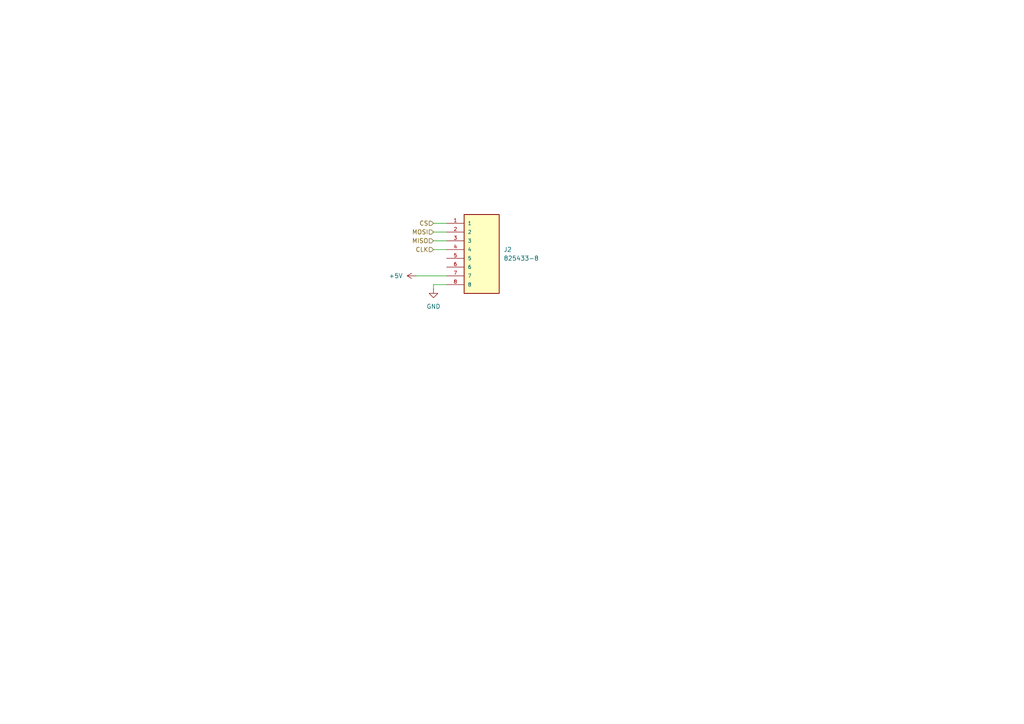
<source format=kicad_sch>
(kicad_sch (version 20231120) (generator "eeschema") (generator_version "8.0")
  (paper "A4")
  (title_block (title "SD Card Reader") (date "2025-01-13") (company "University of Alberta") (comment 1 "Steven Sager") (comment 2 "Damien Huskic") (comment 3 "Tejash Ravish") (comment 4 "Max Schatz"))
  (lib_symbols
    (symbol "825433-8:825433-8" (pin_names (offset 1.016))
      (property "Reference" "J" (at -5.58 12.7 0))
      (property "Value" "825433-8" (at -5.08 -12.7 0))
      (symbol "825433-8_0_0"
        (rectangle (start -5.08 -10.16) (end 5.08 12.7) (stroke (width 0.254)) (fill (type background)))
        (pin passive line (at -10.16 10.16 0) (length 5.08) (name "1") (number "1"))
        (pin passive line (at -10.16 7.62 0) (length 5.08) (name "2") (number "2"))
        (pin passive line (at -10.16 5.08 0) (length 5.08) (name "3") (number "3"))
        (pin passive line (at -10.16 2.54 0) (length 5.08) (name "4") (number "4"))
        (pin passive line (at -10.16 0 0) (length 5.08) (name "5") (number "5"))
        (pin passive line (at -10.16 -2.54 0) (length 5.08) (name "6") (number "6"))
        (pin passive line (at -10.16 -5.08 0) (length 5.08) (name "7") (number "7"))
        (pin passive line (at -10.16 -7.62 0) (length 5.08) (name "8") (number "8"))
      )
    )
    (symbol "power:+5V" (power) (pin_numbers hide) (pin_names (offset 0) hide)
      (property "Value" "+5V" (at 0 3.556 0))
      (symbol "+5V_0_1"
        (polyline (pts (xy -0.762 1.27) (xy 0 2.54)))
        (polyline (pts (xy 0 0) (xy 0 2.54)))
        (polyline (pts (xy 0 2.54) (xy 0.762 1.27)))
      )
      (symbol "+5V_1_1"
        (pin power_in line (at 0 0 90) (length 0) (name "~") (number "1"))
      )
    )
    (symbol "power:GND" (power) (pin_numbers hide) (pin_names (offset 0) hide)
      (property "Value" "GND" (at 0 -3.81 0))
      (symbol "GND_0_1"
        (polyline (pts (xy 0 0) (xy 0 -1.27) (xy 1.27 -1.27) (xy 0 -2.54) (xy -1.27 -1.27) (xy 0 -1.27)))
      )
      (symbol "GND_1_1"
        (pin power_in line (at 0 0 270) (length 0) (name "~") (number "1"))
      )
    )
  )
  (wire (pts (xy 125.73 64.77) (xy 129.54 64.77)))
  (wire (pts (xy 125.73 69.85) (xy 129.54 69.85)))
  (wire (pts (xy 125.73 82.55) (xy 125.73 83.82)))
  (wire (pts (xy 125.73 67.31) (xy 129.54 67.31)))
  (wire (pts (xy 125.73 72.39) (xy 129.54 72.39)))
  (wire (pts (xy 120.65 80.01) (xy 129.54 80.01)))
  (wire (pts (xy 125.73 82.55) (xy 129.54 82.55)))
  (hierarchical_label "MOSI" (shape input) (at 125.73 67.31 180))
  (hierarchical_label "CLK" (shape input) (at 125.73 72.39 180))
  (hierarchical_label "CS" (shape input) (at 125.73 64.77 180))
  (hierarchical_label "MISO" (shape input) (at 125.73 69.85 180))
  (symbol (lib_id "825433-8:825433-8") (at 139.7 74.93 0) (unit 1)
    (property "Reference" "J2" (at 146.05 72.3899 0) (effects (justify left)))
    (property "Value" "825433-8" (at 146.05 74.9299 0) (effects (justify left)))
    (property "Footprint" "825433-8:TE_825433-8" (effects (hide yes)))
    (property "Check_prices" "https://www.snapeda.com/parts/825433-8/TE+Connectivity+AMP+Connectors/view-part/?ref=eda" (effects (hide yes)))
    (property "Package" "None" (effects (hide yes)))
    (property "STANDARD" "Manufacturer Recommendations" (effects (hide yes)))
    (property "PARTREV" "R" (effects (hide yes)))
    (property "SnapEDA_Link" "https://www.snapeda.com/parts/825433-8/TE+Connectivity+AMP+Connectors/view-part/?ref=snap" (effects (hide yes)))
    (property "Number_of_Positions" "8" (effects (hide yes)))
    (property "MANUFACTURER" "TE" (effects (hide yes)))
    (property "Comment" "825433-8" (effects (hide yes)))
    (property "MF" "TE Connectivity" (effects (hide yes)))
    (property "Product_Type" "Connector" (effects (hide yes)))
    (property "Description_1" "\n                        \n                            MOD 2 PINHDR 1X8 P. | TE Connectivity 825433-8\n                        \n" (effects (hide yes)))
    (property "Price" "None" (effects (hide yes)))
    (property "MP" "825433-8" (effects (hide yes)))
    (property "EU_RoHS_Compliance" "Compliant" (effects (hide yes)))
    (property "Availability" "In Stock" (effects (hide yes)))
    (property "Centerline_Pitch" "2.54 mm[.1 in]" (effects (hide yes)))
  )
  (symbol (lib_id "power:GND") (at 125.73 83.82 0) (unit 1)
    (property "Reference" "#PWR016" (effects (hide yes)))
    (property "Value" "GND" (at 125.73 88.9 0))
    (property "Description" "Power symbol creates a global label with name \"GND\" , ground" (effects (hide yes)))
  )
  (symbol (lib_id "power:+5V") (at 120.65 80.01 90) (unit 1)
    (property "Reference" "#PWR06" (effects (hide yes)))
    (property "Value" "+5V" (at 116.84 80.0099 90) (effects (justify left)))
    (property "Description" "Power symbol creates a global label with name \"+5V\"" (effects (hide yes)))
  )
)
</source>
